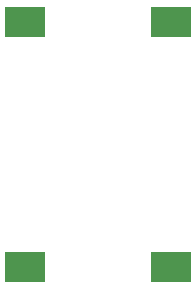
<source format=gbr>
%TF.GenerationSoftware,KiCad,Pcbnew,(5.1.6)-1*%
%TF.CreationDate,2022-09-21T14:30:55-04:00*%
%TF.ProjectId,EXT_BATT_4.5,4558545f-4241-4545-945f-342e352e6b69,rev?*%
%TF.SameCoordinates,Original*%
%TF.FileFunction,Paste,Bot*%
%TF.FilePolarity,Positive*%
%FSLAX46Y46*%
G04 Gerber Fmt 4.6, Leading zero omitted, Abs format (unit mm)*
G04 Created by KiCad (PCBNEW (5.1.6)-1) date 2022-09-21 14:30:55*
%MOMM*%
%LPD*%
G01*
G04 APERTURE LIST*
%ADD10R,3.500000X2.600000*%
G04 APERTURE END LIST*
D10*
%TO.C,BT2*%
X123100000Y-77950000D03*
X123100000Y-98650000D03*
%TD*%
%TO.C,BT3*%
X135400000Y-77950000D03*
X135400000Y-98650000D03*
%TD*%
M02*

</source>
